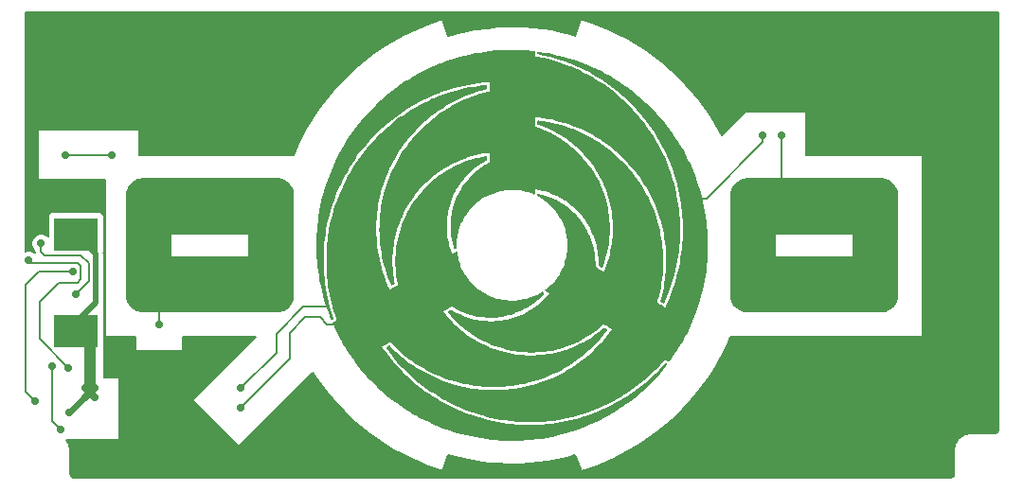
<source format=gtl>
G04 (created by PCBNEW (2013-07-07 BZR 4022)-stable) date 21/06/2014 13:26:57*
%MOIN*%
G04 Gerber Fmt 3.4, Leading zero omitted, Abs format*
%FSLAX34Y34*%
G01*
G70*
G90*
G04 APERTURE LIST*
%ADD10C,0.00590551*%
%ADD11C,0.0001*%
%ADD12C,0.00393701*%
%ADD13C,0.0393701*%
%ADD14R,0.15748X0.11811*%
%ADD15C,0.0275591*%
%ADD16C,0.00787402*%
%ADD17C,0.019685*%
%ADD18C,0.0393701*%
G04 APERTURE END LIST*
G54D10*
G54D11*
G36*
X60533Y-56487D02*
X60540Y-56449D01*
X60556Y-56388D01*
X60578Y-56329D01*
X60605Y-56273D01*
X60637Y-56221D01*
X60674Y-56173D01*
X60716Y-56129D01*
X60762Y-56089D01*
X60812Y-56053D01*
X60867Y-56023D01*
X60924Y-55998D01*
X60985Y-55978D01*
X61018Y-55970D01*
X61051Y-55962D01*
X62128Y-55962D01*
X62128Y-57950D01*
X62128Y-58326D01*
X62128Y-58702D01*
X63484Y-58702D01*
X64840Y-58702D01*
X64840Y-58326D01*
X64840Y-57950D01*
X63484Y-57950D01*
X62128Y-57950D01*
X62128Y-55962D01*
X63472Y-55962D01*
X63627Y-55962D01*
X63774Y-55962D01*
X63916Y-55962D01*
X64051Y-55962D01*
X64180Y-55962D01*
X64303Y-55962D01*
X64421Y-55962D01*
X64533Y-55962D01*
X64639Y-55962D01*
X64740Y-55962D01*
X64835Y-55962D01*
X64926Y-55962D01*
X65011Y-55962D01*
X65092Y-55962D01*
X65168Y-55962D01*
X65239Y-55962D01*
X65306Y-55962D01*
X65369Y-55962D01*
X65427Y-55962D01*
X65481Y-55962D01*
X65532Y-55962D01*
X65578Y-55962D01*
X65621Y-55962D01*
X65661Y-55963D01*
X65697Y-55963D01*
X65730Y-55963D01*
X65760Y-55963D01*
X65786Y-55963D01*
X65810Y-55963D01*
X65832Y-55964D01*
X65850Y-55964D01*
X65867Y-55964D01*
X65880Y-55964D01*
X65892Y-55964D01*
X65902Y-55965D01*
X65910Y-55965D01*
X65916Y-55965D01*
X65920Y-55965D01*
X65923Y-55966D01*
X65924Y-55966D01*
X65985Y-55979D01*
X66044Y-55997D01*
X66100Y-56022D01*
X66153Y-56051D01*
X66203Y-56086D01*
X66248Y-56125D01*
X66290Y-56169D01*
X66327Y-56217D01*
X66360Y-56268D01*
X66388Y-56323D01*
X66410Y-56381D01*
X66426Y-56442D01*
X66428Y-56449D01*
X66435Y-56487D01*
X66435Y-58326D01*
X66435Y-60165D01*
X66428Y-60203D01*
X66412Y-60264D01*
X66390Y-60322D01*
X66363Y-60378D01*
X66330Y-60431D01*
X66293Y-60480D01*
X66250Y-60525D01*
X66236Y-60539D01*
X66186Y-60578D01*
X66133Y-60612D01*
X66077Y-60641D01*
X66018Y-60664D01*
X65957Y-60680D01*
X65948Y-60682D01*
X65911Y-60690D01*
X63484Y-60690D01*
X61057Y-60690D01*
X61020Y-60682D01*
X60959Y-60667D01*
X60900Y-60645D01*
X60845Y-60618D01*
X60793Y-60586D01*
X60744Y-60549D01*
X60700Y-60507D01*
X60660Y-60461D01*
X60625Y-60412D01*
X60594Y-60358D01*
X60569Y-60302D01*
X60550Y-60242D01*
X60540Y-60203D01*
X60533Y-60165D01*
X60533Y-58326D01*
X60533Y-56487D01*
X60533Y-56487D01*
X60533Y-56487D01*
G37*
G36*
X87695Y-60165D02*
X87688Y-60203D01*
X87672Y-60264D01*
X87650Y-60323D01*
X87623Y-60379D01*
X87591Y-60431D01*
X87554Y-60479D01*
X87512Y-60523D01*
X87466Y-60563D01*
X87416Y-60599D01*
X87361Y-60629D01*
X87304Y-60654D01*
X87243Y-60674D01*
X87210Y-60682D01*
X87177Y-60690D01*
X86100Y-60690D01*
X86100Y-58702D01*
X86100Y-58326D01*
X86100Y-57950D01*
X84744Y-57950D01*
X83388Y-57950D01*
X83388Y-58326D01*
X83388Y-58702D01*
X84744Y-58702D01*
X86100Y-58702D01*
X86100Y-60690D01*
X84756Y-60690D01*
X84601Y-60690D01*
X84454Y-60690D01*
X84312Y-60690D01*
X84177Y-60690D01*
X84048Y-60690D01*
X83925Y-60690D01*
X83807Y-60690D01*
X83695Y-60690D01*
X83589Y-60690D01*
X83488Y-60690D01*
X83393Y-60690D01*
X83302Y-60690D01*
X83217Y-60690D01*
X83136Y-60690D01*
X83060Y-60690D01*
X82989Y-60690D01*
X82922Y-60690D01*
X82859Y-60690D01*
X82801Y-60690D01*
X82747Y-60690D01*
X82696Y-60690D01*
X82650Y-60690D01*
X82607Y-60690D01*
X82567Y-60689D01*
X82531Y-60689D01*
X82498Y-60689D01*
X82468Y-60689D01*
X82442Y-60689D01*
X82418Y-60689D01*
X82396Y-60688D01*
X82378Y-60688D01*
X82361Y-60688D01*
X82348Y-60688D01*
X82336Y-60688D01*
X82326Y-60687D01*
X82318Y-60687D01*
X82312Y-60687D01*
X82308Y-60687D01*
X82305Y-60686D01*
X82304Y-60686D01*
X82243Y-60673D01*
X82184Y-60655D01*
X82128Y-60630D01*
X82075Y-60601D01*
X82025Y-60566D01*
X81980Y-60527D01*
X81938Y-60483D01*
X81901Y-60435D01*
X81868Y-60384D01*
X81840Y-60329D01*
X81818Y-60271D01*
X81802Y-60210D01*
X81800Y-60203D01*
X81793Y-60165D01*
X81793Y-58326D01*
X81793Y-56487D01*
X81800Y-56449D01*
X81816Y-56388D01*
X81838Y-56330D01*
X81865Y-56274D01*
X81898Y-56221D01*
X81935Y-56172D01*
X81978Y-56127D01*
X81992Y-56113D01*
X82042Y-56074D01*
X82095Y-56040D01*
X82151Y-56011D01*
X82210Y-55988D01*
X82271Y-55972D01*
X82280Y-55970D01*
X82317Y-55962D01*
X84744Y-55962D01*
X87171Y-55962D01*
X87208Y-55970D01*
X87269Y-55985D01*
X87328Y-56007D01*
X87383Y-56034D01*
X87435Y-56066D01*
X87484Y-56103D01*
X87528Y-56145D01*
X87568Y-56191D01*
X87603Y-56240D01*
X87634Y-56294D01*
X87659Y-56350D01*
X87678Y-56410D01*
X87688Y-56449D01*
X87695Y-56487D01*
X87695Y-58326D01*
X87695Y-60165D01*
X87695Y-60165D01*
X87695Y-60165D01*
G37*
G36*
X79572Y-62522D02*
X79534Y-62571D01*
X79423Y-62710D01*
X79308Y-62845D01*
X79190Y-62978D01*
X79069Y-63107D01*
X78944Y-63233D01*
X78817Y-63356D01*
X78686Y-63476D01*
X78552Y-63592D01*
X78415Y-63704D01*
X78275Y-63813D01*
X78132Y-63919D01*
X77987Y-64021D01*
X77927Y-64061D01*
X77778Y-64157D01*
X77627Y-64250D01*
X77473Y-64339D01*
X77317Y-64423D01*
X77160Y-64504D01*
X77001Y-64580D01*
X76839Y-64652D01*
X76677Y-64720D01*
X76512Y-64784D01*
X76346Y-64843D01*
X76178Y-64898D01*
X76009Y-64949D01*
X75839Y-64995D01*
X75667Y-65038D01*
X75494Y-65075D01*
X75319Y-65109D01*
X75144Y-65138D01*
X74968Y-65162D01*
X74790Y-65182D01*
X74677Y-65193D01*
X74560Y-65201D01*
X74441Y-65208D01*
X74322Y-65212D01*
X74202Y-65215D01*
X74084Y-65216D01*
X73968Y-65215D01*
X73916Y-65213D01*
X73739Y-65206D01*
X73562Y-65194D01*
X73386Y-65178D01*
X73210Y-65157D01*
X73035Y-65131D01*
X72861Y-65101D01*
X72688Y-65067D01*
X72516Y-65029D01*
X72345Y-64985D01*
X72175Y-64938D01*
X72006Y-64886D01*
X71839Y-64830D01*
X71673Y-64770D01*
X71509Y-64705D01*
X71346Y-64636D01*
X71185Y-64563D01*
X71026Y-64486D01*
X70869Y-64404D01*
X70786Y-64360D01*
X70632Y-64272D01*
X70480Y-64181D01*
X70331Y-64085D01*
X70185Y-63987D01*
X70042Y-63884D01*
X69901Y-63778D01*
X69763Y-63669D01*
X69628Y-63556D01*
X69496Y-63440D01*
X69367Y-63320D01*
X69241Y-63198D01*
X69119Y-63072D01*
X68999Y-62943D01*
X68883Y-62811D01*
X68771Y-62676D01*
X68662Y-62538D01*
X68556Y-62398D01*
X68454Y-62254D01*
X68355Y-62108D01*
X68260Y-61960D01*
X68169Y-61808D01*
X68082Y-61654D01*
X68061Y-61616D01*
X68022Y-61544D01*
X67986Y-61475D01*
X67952Y-61407D01*
X67918Y-61339D01*
X67885Y-61269D01*
X67852Y-61198D01*
X67821Y-61130D01*
X67792Y-61063D01*
X67795Y-61054D01*
X67796Y-61051D01*
X67797Y-61049D01*
X67799Y-61046D01*
X67802Y-61044D01*
X67807Y-61040D01*
X67813Y-61036D01*
X67822Y-61031D01*
X67833Y-61024D01*
X67848Y-61016D01*
X67866Y-61005D01*
X67869Y-61003D01*
X67940Y-60962D01*
X67928Y-60926D01*
X67880Y-60787D01*
X67836Y-60644D01*
X67794Y-60499D01*
X67756Y-60352D01*
X67721Y-60204D01*
X67690Y-60056D01*
X67663Y-59907D01*
X67639Y-59759D01*
X67638Y-59750D01*
X67628Y-59683D01*
X67620Y-59618D01*
X67612Y-59554D01*
X67605Y-59490D01*
X67599Y-59425D01*
X67594Y-59359D01*
X67589Y-59291D01*
X67584Y-59220D01*
X67580Y-59146D01*
X67577Y-59093D01*
X67577Y-59077D01*
X67576Y-59056D01*
X67576Y-59032D01*
X67575Y-59005D01*
X67575Y-58975D01*
X67575Y-58944D01*
X67575Y-58911D01*
X67575Y-58877D01*
X67575Y-58843D01*
X67575Y-58810D01*
X67575Y-58777D01*
X67575Y-58745D01*
X67575Y-58715D01*
X67576Y-58688D01*
X67576Y-58664D01*
X67577Y-58643D01*
X67577Y-58628D01*
X67583Y-58514D01*
X67590Y-58404D01*
X67599Y-58297D01*
X67609Y-58192D01*
X67621Y-58088D01*
X67635Y-57984D01*
X67651Y-57880D01*
X67669Y-57775D01*
X67700Y-57610D01*
X67736Y-57446D01*
X67777Y-57283D01*
X67821Y-57122D01*
X67870Y-56962D01*
X67923Y-56804D01*
X67981Y-56647D01*
X68042Y-56492D01*
X68108Y-56339D01*
X68178Y-56188D01*
X68251Y-56038D01*
X68329Y-55891D01*
X68411Y-55746D01*
X68496Y-55602D01*
X68586Y-55462D01*
X68679Y-55323D01*
X68776Y-55187D01*
X68876Y-55054D01*
X68981Y-54923D01*
X69089Y-54795D01*
X69200Y-54670D01*
X69315Y-54547D01*
X69369Y-54492D01*
X69490Y-54373D01*
X69614Y-54258D01*
X69741Y-54146D01*
X69870Y-54038D01*
X70002Y-53934D01*
X70137Y-53833D01*
X70274Y-53736D01*
X70414Y-53643D01*
X70557Y-53554D01*
X70702Y-53469D01*
X70849Y-53387D01*
X70999Y-53309D01*
X71151Y-53236D01*
X71306Y-53166D01*
X71341Y-53151D01*
X71492Y-53088D01*
X71644Y-53030D01*
X71799Y-52976D01*
X71955Y-52926D01*
X72113Y-52879D01*
X72271Y-52837D01*
X72430Y-52799D01*
X72590Y-52766D01*
X72751Y-52736D01*
X72911Y-52712D01*
X73071Y-52691D01*
X73132Y-52685D01*
X73148Y-52683D01*
X73163Y-52681D01*
X73177Y-52680D01*
X73187Y-52679D01*
X73195Y-52678D01*
X73198Y-52678D01*
X73204Y-52677D01*
X73209Y-52680D01*
X73214Y-52683D01*
X73223Y-52691D01*
X73223Y-52752D01*
X73223Y-52813D01*
X73217Y-52820D01*
X73214Y-52822D01*
X73212Y-52824D01*
X73208Y-52826D01*
X73202Y-52828D01*
X73194Y-52831D01*
X73184Y-52833D01*
X73170Y-52837D01*
X73152Y-52842D01*
X73148Y-52843D01*
X73003Y-52882D01*
X72858Y-52926D01*
X72716Y-52974D01*
X72575Y-53026D01*
X72436Y-53082D01*
X72298Y-53143D01*
X72163Y-53207D01*
X72029Y-53275D01*
X71898Y-53348D01*
X71769Y-53424D01*
X71642Y-53504D01*
X71517Y-53587D01*
X71395Y-53674D01*
X71275Y-53765D01*
X71159Y-53860D01*
X71045Y-53957D01*
X70933Y-54059D01*
X70825Y-54163D01*
X70720Y-54271D01*
X70618Y-54382D01*
X70519Y-54497D01*
X70423Y-54614D01*
X70391Y-54655D01*
X70303Y-54773D01*
X70217Y-54894D01*
X70136Y-55017D01*
X70057Y-55143D01*
X69983Y-55271D01*
X69913Y-55400D01*
X69847Y-55530D01*
X69805Y-55618D01*
X69742Y-55759D01*
X69684Y-55900D01*
X69631Y-56042D01*
X69582Y-56185D01*
X69537Y-56329D01*
X69497Y-56474D01*
X69461Y-56621D01*
X69429Y-56768D01*
X69402Y-56917D01*
X69379Y-57067D01*
X69361Y-57219D01*
X69347Y-57372D01*
X69338Y-57504D01*
X69337Y-57526D01*
X69336Y-57553D01*
X69335Y-57583D01*
X69335Y-57615D01*
X69334Y-57649D01*
X69333Y-57685D01*
X69333Y-57721D01*
X69333Y-57757D01*
X69333Y-57792D01*
X69333Y-57825D01*
X69333Y-57857D01*
X69334Y-57885D01*
X69334Y-57910D01*
X69335Y-57921D01*
X69342Y-58076D01*
X69354Y-58229D01*
X69371Y-58382D01*
X69392Y-58533D01*
X69417Y-58682D01*
X69447Y-58831D01*
X69481Y-58979D01*
X69520Y-59125D01*
X69563Y-59270D01*
X69610Y-59414D01*
X69662Y-59557D01*
X69672Y-59582D01*
X69680Y-59604D01*
X69690Y-59627D01*
X69699Y-59651D01*
X69709Y-59676D01*
X69720Y-59701D01*
X69730Y-59725D01*
X69740Y-59750D01*
X69750Y-59773D01*
X69760Y-59795D01*
X69769Y-59816D01*
X69777Y-59834D01*
X69784Y-59851D01*
X69791Y-59864D01*
X69796Y-59875D01*
X69800Y-59882D01*
X69802Y-59886D01*
X69803Y-59886D01*
X69805Y-59885D01*
X69811Y-59882D01*
X69820Y-59876D01*
X69832Y-59870D01*
X69847Y-59862D01*
X69863Y-59852D01*
X69881Y-59842D01*
X69900Y-59831D01*
X69920Y-59819D01*
X69941Y-59807D01*
X69962Y-59796D01*
X69982Y-59784D01*
X70001Y-59773D01*
X70020Y-59762D01*
X70037Y-59752D01*
X70052Y-59743D01*
X70065Y-59736D01*
X70075Y-59730D01*
X70082Y-59726D01*
X70085Y-59723D01*
X70086Y-59723D01*
X70087Y-59722D01*
X70087Y-59719D01*
X70087Y-59715D01*
X70086Y-59708D01*
X70084Y-59698D01*
X70082Y-59685D01*
X70079Y-59675D01*
X70055Y-59548D01*
X70035Y-59420D01*
X70019Y-59291D01*
X70008Y-59161D01*
X70002Y-59031D01*
X69999Y-58901D01*
X70002Y-58771D01*
X70009Y-58641D01*
X70009Y-58637D01*
X70020Y-58507D01*
X70036Y-58377D01*
X70057Y-58249D01*
X70082Y-58121D01*
X70111Y-57995D01*
X70144Y-57870D01*
X70182Y-57746D01*
X70224Y-57624D01*
X70270Y-57503D01*
X70320Y-57385D01*
X70374Y-57268D01*
X70432Y-57153D01*
X70495Y-57039D01*
X70560Y-56929D01*
X70630Y-56820D01*
X70704Y-56714D01*
X70781Y-56610D01*
X70862Y-56508D01*
X70947Y-56410D01*
X71035Y-56314D01*
X71115Y-56233D01*
X71130Y-56218D01*
X71145Y-56203D01*
X71161Y-56188D01*
X71175Y-56174D01*
X71188Y-56162D01*
X71199Y-56152D01*
X71202Y-56149D01*
X71301Y-56060D01*
X71402Y-55976D01*
X71506Y-55895D01*
X71612Y-55818D01*
X71721Y-55746D01*
X71832Y-55676D01*
X71946Y-55611D01*
X72062Y-55550D01*
X72180Y-55493D01*
X72301Y-55440D01*
X72423Y-55391D01*
X72506Y-55360D01*
X72611Y-55325D01*
X72718Y-55292D01*
X72827Y-55263D01*
X72936Y-55236D01*
X73046Y-55214D01*
X73154Y-55194D01*
X73160Y-55193D01*
X73207Y-55186D01*
X73215Y-55194D01*
X73223Y-55201D01*
X73223Y-55265D01*
X73223Y-55284D01*
X73223Y-55300D01*
X73223Y-55312D01*
X73222Y-55321D01*
X73220Y-55328D01*
X73218Y-55334D01*
X73214Y-55338D01*
X73210Y-55342D01*
X73204Y-55345D01*
X73196Y-55349D01*
X73194Y-55350D01*
X73097Y-55405D01*
X73003Y-55464D01*
X72912Y-55525D01*
X72825Y-55590D01*
X72740Y-55658D01*
X72659Y-55730D01*
X72581Y-55805D01*
X72505Y-55884D01*
X72433Y-55966D01*
X72421Y-55980D01*
X72354Y-56065D01*
X72290Y-56152D01*
X72230Y-56242D01*
X72173Y-56334D01*
X72121Y-56429D01*
X72072Y-56526D01*
X72027Y-56625D01*
X71986Y-56726D01*
X71984Y-56732D01*
X71948Y-56834D01*
X71916Y-56938D01*
X71889Y-57042D01*
X71866Y-57147D01*
X71847Y-57253D01*
X71833Y-57360D01*
X71823Y-57467D01*
X71818Y-57574D01*
X71817Y-57681D01*
X71820Y-57788D01*
X71828Y-57895D01*
X71840Y-58002D01*
X71856Y-58108D01*
X71877Y-58213D01*
X71903Y-58318D01*
X71933Y-58422D01*
X71950Y-58474D01*
X71955Y-58491D01*
X71962Y-58510D01*
X71968Y-58529D01*
X71975Y-58548D01*
X71982Y-58565D01*
X71988Y-58581D01*
X71993Y-58595D01*
X71997Y-58605D01*
X71998Y-58608D01*
X72002Y-58617D01*
X72077Y-58574D01*
X72151Y-58531D01*
X72162Y-58536D01*
X72166Y-58538D01*
X72169Y-58540D01*
X72172Y-58543D01*
X72174Y-58547D01*
X72175Y-58553D01*
X72176Y-58561D01*
X72178Y-58573D01*
X72179Y-58583D01*
X72191Y-58662D01*
X72207Y-58742D01*
X72226Y-58823D01*
X72249Y-58903D01*
X72275Y-58981D01*
X72302Y-59054D01*
X72340Y-59142D01*
X72382Y-59227D01*
X72427Y-59309D01*
X72476Y-59389D01*
X72529Y-59467D01*
X72586Y-59541D01*
X72646Y-59613D01*
X72709Y-59682D01*
X72776Y-59748D01*
X72846Y-59810D01*
X72920Y-59870D01*
X72996Y-59926D01*
X73076Y-59979D01*
X73089Y-59987D01*
X73166Y-60032D01*
X73247Y-60074D01*
X73329Y-60113D01*
X73414Y-60147D01*
X73501Y-60178D01*
X73589Y-60204D01*
X73678Y-60227D01*
X73768Y-60245D01*
X73858Y-60259D01*
X73912Y-60265D01*
X73947Y-60268D01*
X73985Y-60271D01*
X74025Y-60273D01*
X74065Y-60274D01*
X74105Y-60275D01*
X74144Y-60275D01*
X74181Y-60274D01*
X74215Y-60273D01*
X74235Y-60272D01*
X74328Y-60263D01*
X74418Y-60250D01*
X74506Y-60234D01*
X74593Y-60214D01*
X74678Y-60190D01*
X74763Y-60162D01*
X74847Y-60130D01*
X74874Y-60118D01*
X74906Y-60104D01*
X74941Y-60088D01*
X74976Y-60071D01*
X75012Y-60052D01*
X75048Y-60033D01*
X75081Y-60014D01*
X75113Y-59996D01*
X75135Y-59982D01*
X75148Y-59974D01*
X75158Y-59969D01*
X75166Y-59966D01*
X75173Y-59966D01*
X75181Y-59968D01*
X75191Y-59973D01*
X75203Y-59980D01*
X75205Y-59981D01*
X75215Y-59987D01*
X75224Y-59992D01*
X75230Y-59996D01*
X75234Y-59999D01*
X75234Y-59999D01*
X75236Y-60003D01*
X75238Y-60009D01*
X75238Y-60012D01*
X75240Y-60023D01*
X75224Y-60041D01*
X75157Y-60113D01*
X75086Y-60183D01*
X75011Y-60251D01*
X74934Y-60316D01*
X74853Y-60378D01*
X74771Y-60437D01*
X74747Y-60453D01*
X74656Y-60511D01*
X74563Y-60565D01*
X74468Y-60615D01*
X74371Y-60660D01*
X74272Y-60701D01*
X74172Y-60738D01*
X74070Y-60771D01*
X73966Y-60800D01*
X73862Y-60824D01*
X73758Y-60843D01*
X73651Y-60858D01*
X73544Y-60869D01*
X73436Y-60875D01*
X73329Y-60877D01*
X73222Y-60874D01*
X73115Y-60866D01*
X73008Y-60854D01*
X72902Y-60838D01*
X72797Y-60817D01*
X72692Y-60791D01*
X72636Y-60775D01*
X72552Y-60749D01*
X72468Y-60719D01*
X72384Y-60687D01*
X72301Y-60651D01*
X72220Y-60612D01*
X72141Y-60572D01*
X72066Y-60529D01*
X72017Y-60499D01*
X72006Y-60492D01*
X71997Y-60487D01*
X71990Y-60482D01*
X71985Y-60480D01*
X71984Y-60480D01*
X71981Y-60481D01*
X71976Y-60484D01*
X71967Y-60489D01*
X71955Y-60496D01*
X71940Y-60504D01*
X71924Y-60513D01*
X71906Y-60523D01*
X71887Y-60534D01*
X71866Y-60546D01*
X71846Y-60557D01*
X71825Y-60569D01*
X71804Y-60581D01*
X71784Y-60593D01*
X71765Y-60604D01*
X71747Y-60614D01*
X71732Y-60623D01*
X71718Y-60631D01*
X71707Y-60637D01*
X71699Y-60642D01*
X71696Y-60644D01*
X71689Y-60648D01*
X71713Y-60681D01*
X71789Y-60777D01*
X71868Y-60872D01*
X71951Y-60966D01*
X72038Y-61056D01*
X72127Y-61145D01*
X72220Y-61230D01*
X72254Y-61260D01*
X72355Y-61345D01*
X72458Y-61427D01*
X72564Y-61504D01*
X72673Y-61578D01*
X72783Y-61648D01*
X72896Y-61713D01*
X73010Y-61775D01*
X73127Y-61833D01*
X73245Y-61887D01*
X73365Y-61937D01*
X73486Y-61983D01*
X73609Y-62024D01*
X73733Y-62062D01*
X73859Y-62095D01*
X73985Y-62124D01*
X74113Y-62149D01*
X74241Y-62169D01*
X74370Y-62185D01*
X74500Y-62197D01*
X74631Y-62204D01*
X74762Y-62207D01*
X74893Y-62206D01*
X75024Y-62200D01*
X75156Y-62189D01*
X75234Y-62181D01*
X75362Y-62163D01*
X75489Y-62142D01*
X75616Y-62116D01*
X75742Y-62086D01*
X75868Y-62051D01*
X75993Y-62011D01*
X76021Y-62002D01*
X76145Y-61958D01*
X76267Y-61909D01*
X76387Y-61856D01*
X76506Y-61800D01*
X76622Y-61739D01*
X76736Y-61674D01*
X76849Y-61605D01*
X76958Y-61532D01*
X77066Y-61456D01*
X77170Y-61376D01*
X77272Y-61293D01*
X77309Y-61261D01*
X77321Y-61250D01*
X77331Y-61242D01*
X77338Y-61236D01*
X77343Y-61233D01*
X77347Y-61230D01*
X77350Y-61229D01*
X77354Y-61229D01*
X77355Y-61229D01*
X77359Y-61229D01*
X77363Y-61230D01*
X77369Y-61233D01*
X77377Y-61236D01*
X77387Y-61242D01*
X77400Y-61249D01*
X77415Y-61257D01*
X77428Y-61265D01*
X77441Y-61272D01*
X77451Y-61279D01*
X77459Y-61284D01*
X77464Y-61287D01*
X77466Y-61289D01*
X77467Y-61293D01*
X77468Y-61297D01*
X77468Y-61301D01*
X77468Y-61305D01*
X77466Y-61310D01*
X77463Y-61316D01*
X77458Y-61323D01*
X77451Y-61332D01*
X77442Y-61344D01*
X77431Y-61359D01*
X77424Y-61368D01*
X77330Y-61486D01*
X77233Y-61602D01*
X77133Y-61715D01*
X77029Y-61824D01*
X76922Y-61931D01*
X76812Y-62034D01*
X76698Y-62134D01*
X76582Y-62230D01*
X76566Y-62242D01*
X76447Y-62334D01*
X76326Y-62422D01*
X76202Y-62506D01*
X76075Y-62586D01*
X75947Y-62663D01*
X75816Y-62735D01*
X75683Y-62804D01*
X75549Y-62868D01*
X75412Y-62928D01*
X75274Y-62984D01*
X75134Y-63037D01*
X74993Y-63084D01*
X74850Y-63128D01*
X74706Y-63167D01*
X74560Y-63202D01*
X74414Y-63233D01*
X74266Y-63259D01*
X74118Y-63281D01*
X73968Y-63299D01*
X73818Y-63312D01*
X73814Y-63312D01*
X73769Y-63315D01*
X73726Y-63317D01*
X73684Y-63319D01*
X73642Y-63321D01*
X73599Y-63322D01*
X73556Y-63323D01*
X73509Y-63323D01*
X73460Y-63323D01*
X73430Y-63323D01*
X73394Y-63322D01*
X73361Y-63322D01*
X73332Y-63322D01*
X73306Y-63321D01*
X73282Y-63320D01*
X73258Y-63320D01*
X73235Y-63319D01*
X73212Y-63318D01*
X73189Y-63316D01*
X73163Y-63315D01*
X73136Y-63313D01*
X73121Y-63312D01*
X72970Y-63299D01*
X72821Y-63282D01*
X72672Y-63260D01*
X72524Y-63234D01*
X72378Y-63203D01*
X72232Y-63168D01*
X72088Y-63129D01*
X71945Y-63085D01*
X71804Y-63038D01*
X71664Y-62986D01*
X71526Y-62930D01*
X71389Y-62869D01*
X71254Y-62805D01*
X71122Y-62737D01*
X70991Y-62664D01*
X70862Y-62588D01*
X70736Y-62508D01*
X70611Y-62423D01*
X70490Y-62335D01*
X70370Y-62244D01*
X70261Y-62155D01*
X70235Y-62132D01*
X70206Y-62108D01*
X70177Y-62082D01*
X70148Y-62057D01*
X70120Y-62032D01*
X70094Y-62008D01*
X70075Y-61990D01*
X70064Y-61980D01*
X70050Y-61966D01*
X70034Y-61951D01*
X70017Y-61934D01*
X69999Y-61916D01*
X69980Y-61898D01*
X69961Y-61879D01*
X69943Y-61861D01*
X69925Y-61844D01*
X69910Y-61828D01*
X69896Y-61814D01*
X69885Y-61803D01*
X69881Y-61799D01*
X69871Y-61788D01*
X69858Y-61775D01*
X69847Y-61763D01*
X69836Y-61753D01*
X69836Y-61752D01*
X69815Y-61730D01*
X69675Y-61810D01*
X69652Y-61824D01*
X69630Y-61837D01*
X69609Y-61849D01*
X69590Y-61860D01*
X69573Y-61869D01*
X69559Y-61878D01*
X69548Y-61885D01*
X69539Y-61890D01*
X69534Y-61893D01*
X69533Y-61894D01*
X69533Y-61895D01*
X69534Y-61899D01*
X69537Y-61904D01*
X69541Y-61912D01*
X69548Y-61922D01*
X69556Y-61935D01*
X69567Y-61951D01*
X69580Y-61969D01*
X69596Y-61991D01*
X69612Y-62014D01*
X69712Y-62150D01*
X69815Y-62282D01*
X69922Y-62412D01*
X70032Y-62539D01*
X70146Y-62664D01*
X70263Y-62785D01*
X70383Y-62903D01*
X70507Y-63018D01*
X70633Y-63129D01*
X70762Y-63237D01*
X70894Y-63342D01*
X71028Y-63442D01*
X71071Y-63473D01*
X71134Y-63517D01*
X71195Y-63560D01*
X71257Y-63601D01*
X71319Y-63642D01*
X71382Y-63682D01*
X71446Y-63722D01*
X71514Y-63762D01*
X71585Y-63804D01*
X71604Y-63815D01*
X71660Y-63847D01*
X71720Y-63880D01*
X71783Y-63914D01*
X71848Y-63948D01*
X71914Y-63981D01*
X71981Y-64015D01*
X72049Y-64047D01*
X72115Y-64078D01*
X72181Y-64108D01*
X72186Y-64110D01*
X72342Y-64177D01*
X72500Y-64239D01*
X72658Y-64297D01*
X72818Y-64351D01*
X72980Y-64400D01*
X73142Y-64445D01*
X73305Y-64485D01*
X73470Y-64521D01*
X73635Y-64553D01*
X73801Y-64580D01*
X73968Y-64603D01*
X74135Y-64621D01*
X74302Y-64635D01*
X74470Y-64644D01*
X74639Y-64649D01*
X74807Y-64649D01*
X74976Y-64645D01*
X75145Y-64637D01*
X75313Y-64623D01*
X75482Y-64606D01*
X75646Y-64584D01*
X75814Y-64557D01*
X75981Y-64526D01*
X76146Y-64490D01*
X76311Y-64450D01*
X76474Y-64406D01*
X76636Y-64357D01*
X76796Y-64304D01*
X76955Y-64247D01*
X77112Y-64185D01*
X77267Y-64119D01*
X77421Y-64049D01*
X77573Y-63975D01*
X77723Y-63897D01*
X77871Y-63814D01*
X78018Y-63728D01*
X78162Y-63637D01*
X78304Y-63542D01*
X78402Y-63473D01*
X78534Y-63377D01*
X78664Y-63276D01*
X78791Y-63171D01*
X78917Y-63063D01*
X79039Y-62951D01*
X79159Y-62836D01*
X79275Y-62719D01*
X79388Y-62598D01*
X79455Y-62523D01*
X79469Y-62507D01*
X79481Y-62495D01*
X79490Y-62485D01*
X79497Y-62478D01*
X79504Y-62474D01*
X79510Y-62472D01*
X79516Y-62472D01*
X79522Y-62474D01*
X79529Y-62477D01*
X79538Y-62482D01*
X79543Y-62485D01*
X79568Y-62500D01*
X79570Y-62511D01*
X79572Y-62522D01*
X79572Y-62522D01*
X79572Y-62522D01*
G37*
G36*
X81004Y-58362D02*
X81000Y-58538D01*
X80993Y-58714D01*
X80981Y-58889D01*
X80964Y-59065D01*
X80943Y-59239D01*
X80917Y-59413D01*
X80887Y-59587D01*
X80853Y-59759D01*
X80814Y-59931D01*
X80771Y-60102D01*
X80723Y-60272D01*
X80671Y-60441D01*
X80621Y-60588D01*
X80560Y-60756D01*
X80496Y-60921D01*
X80427Y-61084D01*
X80354Y-61245D01*
X80277Y-61404D01*
X80196Y-61561D01*
X80111Y-61716D01*
X80022Y-61868D01*
X79928Y-62019D01*
X79831Y-62168D01*
X79729Y-62315D01*
X79685Y-62377D01*
X79673Y-62393D01*
X79663Y-62406D01*
X79656Y-62416D01*
X79649Y-62423D01*
X79644Y-62428D01*
X79640Y-62432D01*
X79636Y-62434D01*
X79632Y-62434D01*
X79629Y-62435D01*
X79625Y-62433D01*
X79618Y-62430D01*
X79608Y-62425D01*
X79594Y-62418D01*
X79579Y-62409D01*
X79561Y-62399D01*
X79553Y-62394D01*
X79483Y-62354D01*
X79478Y-62359D01*
X79474Y-62364D01*
X79467Y-62372D01*
X79458Y-62383D01*
X79447Y-62396D01*
X79435Y-62409D01*
X79422Y-62424D01*
X79409Y-62439D01*
X79396Y-62454D01*
X79383Y-62468D01*
X79372Y-62481D01*
X79362Y-62493D01*
X79356Y-62499D01*
X79310Y-62550D01*
X79261Y-62602D01*
X79209Y-62656D01*
X79156Y-62710D01*
X79102Y-62764D01*
X79048Y-62817D01*
X78995Y-62868D01*
X78942Y-62917D01*
X78891Y-62964D01*
X78877Y-62976D01*
X78749Y-63087D01*
X78618Y-63195D01*
X78485Y-63299D01*
X78349Y-63399D01*
X78211Y-63494D01*
X78070Y-63587D01*
X77927Y-63675D01*
X77782Y-63759D01*
X77634Y-63839D01*
X77484Y-63916D01*
X77333Y-63988D01*
X77179Y-64056D01*
X77023Y-64120D01*
X76865Y-64180D01*
X76705Y-64236D01*
X76544Y-64287D01*
X76528Y-64292D01*
X76366Y-64338D01*
X76204Y-64380D01*
X76040Y-64418D01*
X75876Y-64450D01*
X75711Y-64479D01*
X75544Y-64503D01*
X75377Y-64522D01*
X75208Y-64537D01*
X75038Y-64548D01*
X74933Y-64552D01*
X74919Y-64552D01*
X74902Y-64553D01*
X74882Y-64553D01*
X74859Y-64553D01*
X74833Y-64553D01*
X74806Y-64554D01*
X74778Y-64554D01*
X74750Y-64554D01*
X74721Y-64554D01*
X74693Y-64554D01*
X74667Y-64554D01*
X74642Y-64554D01*
X74619Y-64554D01*
X74599Y-64553D01*
X74583Y-64553D01*
X74571Y-64553D01*
X74570Y-64553D01*
X74462Y-64549D01*
X74358Y-64543D01*
X74257Y-64536D01*
X74160Y-64528D01*
X74068Y-64519D01*
X73899Y-64498D01*
X73732Y-64473D01*
X73565Y-64443D01*
X73400Y-64409D01*
X73236Y-64370D01*
X73074Y-64327D01*
X72912Y-64280D01*
X72752Y-64228D01*
X72593Y-64172D01*
X72435Y-64111D01*
X72278Y-64046D01*
X72123Y-63976D01*
X72118Y-63974D01*
X72096Y-63964D01*
X72071Y-63952D01*
X72044Y-63939D01*
X72014Y-63924D01*
X71983Y-63909D01*
X71952Y-63893D01*
X71922Y-63878D01*
X71892Y-63863D01*
X71864Y-63849D01*
X71839Y-63836D01*
X71817Y-63824D01*
X71814Y-63822D01*
X71665Y-63740D01*
X71519Y-63654D01*
X71376Y-63564D01*
X71235Y-63471D01*
X71097Y-63374D01*
X70963Y-63274D01*
X70831Y-63170D01*
X70701Y-63062D01*
X70575Y-62951D01*
X70451Y-62836D01*
X70377Y-62763D01*
X70270Y-62655D01*
X70167Y-62546D01*
X70067Y-62435D01*
X69971Y-62322D01*
X69876Y-62206D01*
X69784Y-62086D01*
X69716Y-61995D01*
X69674Y-61937D01*
X69676Y-61927D01*
X69677Y-61920D01*
X69679Y-61915D01*
X69680Y-61914D01*
X69683Y-61912D01*
X69689Y-61908D01*
X69698Y-61903D01*
X69709Y-61896D01*
X69722Y-61889D01*
X69732Y-61883D01*
X69748Y-61874D01*
X69760Y-61867D01*
X69769Y-61862D01*
X69776Y-61858D01*
X69781Y-61856D01*
X69785Y-61855D01*
X69788Y-61855D01*
X69791Y-61855D01*
X69793Y-61856D01*
X69795Y-61857D01*
X69799Y-61859D01*
X69803Y-61863D01*
X69809Y-61868D01*
X69816Y-61875D01*
X69825Y-61883D01*
X69836Y-61894D01*
X69850Y-61908D01*
X69866Y-61924D01*
X69885Y-61943D01*
X69889Y-61946D01*
X69963Y-62019D01*
X70036Y-62088D01*
X70109Y-62154D01*
X70183Y-62218D01*
X70259Y-62282D01*
X70265Y-62287D01*
X70384Y-62381D01*
X70506Y-62472D01*
X70630Y-62558D01*
X70756Y-62641D01*
X70884Y-62720D01*
X71014Y-62795D01*
X71146Y-62865D01*
X71280Y-62932D01*
X71416Y-62995D01*
X71553Y-63053D01*
X71692Y-63108D01*
X71833Y-63158D01*
X71975Y-63204D01*
X72118Y-63246D01*
X72262Y-63284D01*
X72407Y-63318D01*
X72554Y-63347D01*
X72701Y-63372D01*
X72849Y-63392D01*
X72997Y-63409D01*
X73147Y-63421D01*
X73296Y-63428D01*
X73446Y-63431D01*
X73597Y-63430D01*
X73748Y-63424D01*
X73898Y-63413D01*
X74049Y-63399D01*
X74200Y-63379D01*
X74212Y-63377D01*
X74362Y-63353D01*
X74511Y-63324D01*
X74659Y-63291D01*
X74805Y-63254D01*
X74950Y-63212D01*
X75093Y-63166D01*
X75235Y-63116D01*
X75374Y-63062D01*
X75513Y-63004D01*
X75649Y-62941D01*
X75783Y-62875D01*
X75916Y-62805D01*
X76046Y-62731D01*
X76174Y-62653D01*
X76299Y-62572D01*
X76422Y-62487D01*
X76543Y-62398D01*
X76661Y-62305D01*
X76776Y-62209D01*
X76889Y-62110D01*
X76999Y-62007D01*
X77106Y-61901D01*
X77210Y-61791D01*
X77310Y-61678D01*
X77408Y-61562D01*
X77418Y-61549D01*
X77434Y-61529D01*
X77451Y-61508D01*
X77468Y-61486D01*
X77486Y-61463D01*
X77503Y-61441D01*
X77520Y-61419D01*
X77536Y-61397D01*
X77551Y-61377D01*
X77566Y-61357D01*
X77579Y-61339D01*
X77591Y-61323D01*
X77601Y-61309D01*
X77609Y-61297D01*
X77615Y-61288D01*
X77618Y-61282D01*
X77619Y-61279D01*
X77619Y-61279D01*
X77617Y-61278D01*
X77611Y-61274D01*
X77602Y-61269D01*
X77590Y-61262D01*
X77575Y-61253D01*
X77557Y-61243D01*
X77538Y-61232D01*
X77517Y-61220D01*
X77494Y-61207D01*
X77475Y-61196D01*
X77333Y-61114D01*
X77326Y-61120D01*
X77236Y-61201D01*
X77142Y-61278D01*
X77044Y-61354D01*
X76944Y-61426D01*
X76841Y-61495D01*
X76735Y-61562D01*
X76628Y-61624D01*
X76519Y-61684D01*
X76408Y-61739D01*
X76296Y-61790D01*
X76259Y-61806D01*
X76136Y-61855D01*
X76013Y-61900D01*
X75888Y-61941D01*
X75762Y-61977D01*
X75635Y-62008D01*
X75508Y-62035D01*
X75379Y-62058D01*
X75249Y-62076D01*
X75119Y-62090D01*
X74988Y-62099D01*
X74857Y-62104D01*
X74725Y-62104D01*
X74592Y-62099D01*
X74555Y-62097D01*
X74437Y-62088D01*
X74319Y-62075D01*
X74200Y-62057D01*
X74081Y-62037D01*
X73963Y-62012D01*
X73847Y-61984D01*
X73775Y-61965D01*
X73649Y-61927D01*
X73524Y-61884D01*
X73401Y-61838D01*
X73280Y-61787D01*
X73161Y-61733D01*
X73044Y-61674D01*
X72930Y-61611D01*
X72817Y-61545D01*
X72707Y-61474D01*
X72599Y-61399D01*
X72494Y-61321D01*
X72391Y-61238D01*
X72345Y-61200D01*
X72310Y-61169D01*
X72276Y-61139D01*
X72242Y-61109D01*
X72209Y-61077D01*
X72174Y-61043D01*
X72137Y-61007D01*
X72132Y-61002D01*
X72092Y-60961D01*
X72055Y-60922D01*
X72019Y-60885D01*
X71985Y-60847D01*
X71951Y-60809D01*
X71917Y-60768D01*
X71881Y-60726D01*
X71881Y-60725D01*
X71847Y-60684D01*
X71848Y-60673D01*
X71850Y-60667D01*
X71851Y-60662D01*
X71851Y-60661D01*
X71853Y-60660D01*
X71859Y-60656D01*
X71867Y-60651D01*
X71878Y-60645D01*
X71891Y-60637D01*
X71905Y-60629D01*
X71905Y-60629D01*
X71925Y-60617D01*
X71941Y-60609D01*
X71953Y-60602D01*
X71961Y-60599D01*
X71966Y-60597D01*
X71966Y-60597D01*
X71971Y-60599D01*
X71980Y-60603D01*
X71991Y-60609D01*
X71999Y-60614D01*
X72092Y-60669D01*
X72187Y-60720D01*
X72284Y-60766D01*
X72382Y-60809D01*
X72482Y-60848D01*
X72584Y-60882D01*
X72687Y-60912D01*
X72791Y-60938D01*
X72896Y-60960D01*
X73002Y-60977D01*
X73108Y-60990D01*
X73215Y-60998D01*
X73322Y-61003D01*
X73430Y-61003D01*
X73538Y-60998D01*
X73645Y-60989D01*
X73752Y-60975D01*
X73803Y-60967D01*
X73911Y-60947D01*
X74018Y-60922D01*
X74123Y-60893D01*
X74226Y-60859D01*
X74328Y-60822D01*
X74428Y-60780D01*
X74525Y-60735D01*
X74621Y-60685D01*
X74715Y-60632D01*
X74806Y-60575D01*
X74894Y-60514D01*
X74981Y-60449D01*
X75064Y-60381D01*
X75145Y-60309D01*
X75223Y-60233D01*
X75299Y-60154D01*
X75371Y-60072D01*
X75382Y-60059D01*
X75391Y-60047D01*
X75400Y-60037D01*
X75407Y-60028D01*
X75413Y-60021D01*
X75416Y-60016D01*
X75416Y-60016D01*
X75421Y-60010D01*
X75350Y-59969D01*
X75333Y-59960D01*
X75318Y-59951D01*
X75304Y-59943D01*
X75292Y-59936D01*
X75283Y-59931D01*
X75277Y-59927D01*
X75275Y-59926D01*
X75273Y-59922D01*
X75271Y-59916D01*
X75270Y-59912D01*
X75269Y-59900D01*
X75294Y-59881D01*
X75363Y-59825D01*
X75430Y-59767D01*
X75493Y-59706D01*
X75554Y-59643D01*
X75610Y-59579D01*
X75622Y-59565D01*
X75680Y-59491D01*
X75734Y-59415D01*
X75783Y-59336D01*
X75829Y-59256D01*
X75871Y-59175D01*
X75909Y-59091D01*
X75942Y-59007D01*
X75972Y-58921D01*
X75997Y-58833D01*
X76019Y-58745D01*
X76036Y-58657D01*
X76049Y-58567D01*
X76058Y-58477D01*
X76063Y-58387D01*
X76063Y-58296D01*
X76060Y-58206D01*
X76052Y-58115D01*
X76040Y-58025D01*
X76023Y-57935D01*
X76003Y-57846D01*
X75978Y-57758D01*
X75948Y-57670D01*
X75915Y-57584D01*
X75877Y-57498D01*
X75859Y-57463D01*
X75816Y-57381D01*
X75770Y-57302D01*
X75721Y-57226D01*
X75668Y-57153D01*
X75611Y-57083D01*
X75551Y-57014D01*
X75493Y-56954D01*
X75429Y-56892D01*
X75362Y-56834D01*
X75294Y-56780D01*
X75223Y-56728D01*
X75148Y-56679D01*
X75070Y-56633D01*
X75028Y-56610D01*
X75019Y-56604D01*
X75011Y-56599D01*
X75006Y-56595D01*
X75004Y-56593D01*
X75003Y-56590D01*
X75002Y-56586D01*
X75001Y-56579D01*
X75001Y-56570D01*
X75000Y-56556D01*
X75000Y-56552D01*
X75000Y-56517D01*
X75009Y-56510D01*
X75019Y-56503D01*
X75065Y-56513D01*
X75170Y-56539D01*
X75274Y-56569D01*
X75375Y-56603D01*
X75475Y-56641D01*
X75573Y-56684D01*
X75669Y-56731D01*
X75763Y-56781D01*
X75855Y-56836D01*
X75945Y-56895D01*
X76032Y-56957D01*
X76117Y-57024D01*
X76136Y-57040D01*
X76187Y-57084D01*
X76240Y-57132D01*
X76291Y-57182D01*
X76342Y-57233D01*
X76391Y-57285D01*
X76437Y-57337D01*
X76461Y-57366D01*
X76528Y-57450D01*
X76591Y-57537D01*
X76650Y-57626D01*
X76706Y-57718D01*
X76757Y-57811D01*
X76804Y-57907D01*
X76847Y-58004D01*
X76887Y-58102D01*
X76921Y-58203D01*
X76952Y-58304D01*
X76978Y-58407D01*
X77000Y-58511D01*
X77009Y-58560D01*
X77019Y-58627D01*
X77027Y-58697D01*
X77034Y-58767D01*
X77039Y-58837D01*
X77042Y-58906D01*
X77044Y-58973D01*
X77043Y-59037D01*
X77043Y-59039D01*
X77041Y-59095D01*
X77187Y-59180D01*
X77211Y-59193D01*
X77233Y-59206D01*
X77254Y-59219D01*
X77274Y-59230D01*
X77291Y-59240D01*
X77305Y-59248D01*
X77318Y-59255D01*
X77327Y-59260D01*
X77332Y-59263D01*
X77334Y-59265D01*
X77336Y-59263D01*
X77338Y-59257D01*
X77343Y-59248D01*
X77348Y-59236D01*
X77354Y-59221D01*
X77361Y-59204D01*
X77369Y-59186D01*
X77377Y-59165D01*
X77385Y-59144D01*
X77394Y-59123D01*
X77402Y-59101D01*
X77410Y-59080D01*
X77418Y-59059D01*
X77425Y-59040D01*
X77426Y-59038D01*
X77468Y-58913D01*
X77507Y-58786D01*
X77541Y-58659D01*
X77571Y-58530D01*
X77596Y-58400D01*
X77616Y-58270D01*
X77633Y-58139D01*
X77644Y-58008D01*
X77652Y-57876D01*
X77654Y-57744D01*
X77653Y-57612D01*
X77646Y-57479D01*
X77635Y-57347D01*
X77628Y-57276D01*
X77610Y-57146D01*
X77588Y-57016D01*
X77561Y-56887D01*
X77530Y-56759D01*
X77495Y-56633D01*
X77455Y-56507D01*
X77411Y-56383D01*
X77363Y-56261D01*
X77311Y-56140D01*
X77254Y-56022D01*
X77194Y-55905D01*
X77129Y-55790D01*
X77061Y-55677D01*
X76989Y-55567D01*
X76913Y-55459D01*
X76889Y-55427D01*
X76807Y-55322D01*
X76722Y-55220D01*
X76634Y-55121D01*
X76543Y-55025D01*
X76449Y-54933D01*
X76351Y-54844D01*
X76251Y-54758D01*
X76147Y-54676D01*
X76041Y-54598D01*
X75932Y-54523D01*
X75821Y-54452D01*
X75706Y-54385D01*
X75590Y-54321D01*
X75471Y-54261D01*
X75443Y-54248D01*
X75390Y-54224D01*
X75335Y-54200D01*
X75278Y-54176D01*
X75220Y-54152D01*
X75163Y-54130D01*
X75107Y-54109D01*
X75054Y-54091D01*
X75051Y-54090D01*
X75037Y-54085D01*
X75026Y-54081D01*
X75017Y-54078D01*
X75011Y-54074D01*
X75006Y-54069D01*
X75003Y-54063D01*
X75002Y-54054D01*
X75001Y-54043D01*
X75000Y-54029D01*
X75000Y-54011D01*
X75000Y-54003D01*
X74999Y-53944D01*
X75008Y-53936D01*
X75017Y-53929D01*
X75085Y-53938D01*
X75234Y-53959D01*
X75382Y-53985D01*
X75529Y-54015D01*
X75675Y-54050D01*
X75819Y-54089D01*
X75961Y-54132D01*
X76103Y-54179D01*
X76242Y-54230D01*
X76380Y-54286D01*
X76516Y-54345D01*
X76650Y-54409D01*
X76782Y-54476D01*
X76911Y-54547D01*
X77039Y-54622D01*
X77165Y-54701D01*
X77288Y-54784D01*
X77408Y-54870D01*
X77527Y-54960D01*
X77642Y-55054D01*
X77755Y-55151D01*
X77865Y-55251D01*
X77972Y-55355D01*
X78076Y-55463D01*
X78177Y-55573D01*
X78275Y-55687D01*
X78344Y-55772D01*
X78437Y-55892D01*
X78525Y-56013D01*
X78610Y-56138D01*
X78690Y-56264D01*
X78767Y-56393D01*
X78840Y-56524D01*
X78908Y-56656D01*
X78973Y-56791D01*
X79033Y-56928D01*
X79090Y-57066D01*
X79142Y-57206D01*
X79190Y-57347D01*
X79234Y-57490D01*
X79273Y-57634D01*
X79308Y-57779D01*
X79339Y-57925D01*
X79366Y-58073D01*
X79387Y-58221D01*
X79405Y-58370D01*
X79418Y-58520D01*
X79419Y-58535D01*
X79421Y-58565D01*
X79423Y-58593D01*
X79424Y-58618D01*
X79425Y-58642D01*
X79426Y-58665D01*
X79427Y-58689D01*
X79428Y-58713D01*
X79429Y-58739D01*
X79429Y-58767D01*
X79429Y-58798D01*
X79430Y-58833D01*
X79430Y-58838D01*
X79430Y-58893D01*
X79430Y-58944D01*
X79429Y-58993D01*
X79428Y-59041D01*
X79426Y-59088D01*
X79424Y-59135D01*
X79421Y-59184D01*
X79419Y-59218D01*
X79407Y-59367D01*
X79389Y-59516D01*
X79368Y-59664D01*
X79342Y-59812D01*
X79312Y-59959D01*
X79277Y-60104D01*
X79238Y-60248D01*
X79228Y-60282D01*
X79222Y-60303D01*
X79217Y-60321D01*
X79214Y-60334D01*
X79212Y-60342D01*
X79212Y-60347D01*
X79212Y-60347D01*
X79214Y-60349D01*
X79220Y-60352D01*
X79229Y-60358D01*
X79242Y-60365D01*
X79257Y-60374D01*
X79274Y-60384D01*
X79294Y-60395D01*
X79315Y-60408D01*
X79337Y-60421D01*
X79355Y-60431D01*
X79496Y-60512D01*
X79512Y-60480D01*
X79522Y-60458D01*
X79534Y-60432D01*
X79547Y-60405D01*
X79560Y-60375D01*
X79573Y-60345D01*
X79587Y-60315D01*
X79599Y-60286D01*
X79611Y-60260D01*
X79612Y-60256D01*
X79677Y-60100D01*
X79737Y-59941D01*
X79794Y-59782D01*
X79845Y-59621D01*
X79892Y-59459D01*
X79935Y-59296D01*
X79974Y-59131D01*
X80008Y-58966D01*
X80037Y-58801D01*
X80063Y-58634D01*
X80083Y-58467D01*
X80100Y-58300D01*
X80111Y-58132D01*
X80119Y-57963D01*
X80121Y-57794D01*
X80120Y-57626D01*
X80114Y-57457D01*
X80103Y-57288D01*
X80087Y-57119D01*
X80068Y-56951D01*
X80055Y-56862D01*
X80028Y-56695D01*
X79997Y-56529D01*
X79962Y-56364D01*
X79922Y-56200D01*
X79877Y-56037D01*
X79829Y-55876D01*
X79776Y-55716D01*
X79719Y-55557D01*
X79657Y-55401D01*
X79592Y-55246D01*
X79522Y-55093D01*
X79449Y-54941D01*
X79371Y-54792D01*
X79289Y-54645D01*
X79204Y-54500D01*
X79114Y-54357D01*
X79021Y-54217D01*
X78924Y-54079D01*
X78823Y-53943D01*
X78718Y-53810D01*
X78699Y-53787D01*
X78594Y-53662D01*
X78486Y-53539D01*
X78374Y-53420D01*
X78259Y-53303D01*
X78142Y-53189D01*
X78022Y-53079D01*
X77933Y-53001D01*
X77803Y-52892D01*
X77670Y-52786D01*
X77534Y-52685D01*
X77396Y-52587D01*
X77255Y-52493D01*
X77112Y-52403D01*
X76967Y-52317D01*
X76820Y-52234D01*
X76671Y-52156D01*
X76519Y-52082D01*
X76366Y-52012D01*
X76211Y-51946D01*
X76054Y-51884D01*
X75895Y-51827D01*
X75735Y-51773D01*
X75573Y-51724D01*
X75410Y-51679D01*
X75245Y-51639D01*
X75079Y-51603D01*
X75056Y-51598D01*
X75041Y-51595D01*
X75030Y-51593D01*
X75022Y-51591D01*
X75016Y-51589D01*
X75012Y-51587D01*
X75009Y-51585D01*
X75007Y-51583D01*
X75007Y-51582D01*
X75004Y-51579D01*
X75003Y-51576D01*
X75002Y-51572D01*
X75001Y-51567D01*
X75001Y-51559D01*
X75001Y-51547D01*
X75001Y-51545D01*
X75001Y-51515D01*
X75009Y-51508D01*
X75018Y-51501D01*
X75073Y-51509D01*
X75248Y-51536D01*
X75422Y-51567D01*
X75595Y-51602D01*
X75767Y-51643D01*
X75939Y-51687D01*
X76109Y-51736D01*
X76277Y-51789D01*
X76444Y-51847D01*
X76610Y-51909D01*
X76774Y-51975D01*
X76936Y-52045D01*
X77097Y-52119D01*
X77255Y-52198D01*
X77398Y-52273D01*
X77553Y-52359D01*
X77705Y-52450D01*
X77855Y-52544D01*
X78003Y-52642D01*
X78148Y-52744D01*
X78290Y-52849D01*
X78429Y-52958D01*
X78565Y-53070D01*
X78699Y-53186D01*
X78830Y-53305D01*
X78957Y-53428D01*
X79081Y-53554D01*
X79202Y-53683D01*
X79320Y-53815D01*
X79435Y-53950D01*
X79449Y-53968D01*
X79560Y-54107D01*
X79666Y-54248D01*
X79769Y-54392D01*
X79868Y-54538D01*
X79963Y-54687D01*
X80055Y-54838D01*
X80142Y-54991D01*
X80225Y-55146D01*
X80305Y-55304D01*
X80380Y-55463D01*
X80452Y-55624D01*
X80519Y-55787D01*
X80582Y-55952D01*
X80640Y-56119D01*
X80695Y-56287D01*
X80745Y-56456D01*
X80791Y-56627D01*
X80833Y-56799D01*
X80867Y-56960D01*
X80900Y-57134D01*
X80928Y-57308D01*
X80952Y-57483D01*
X80971Y-57659D01*
X80986Y-57834D01*
X80997Y-58010D01*
X81002Y-58186D01*
X81004Y-58362D01*
X81004Y-58362D01*
X81004Y-58362D01*
G37*
G36*
X80025Y-57721D02*
X80024Y-57888D01*
X80019Y-58055D01*
X80009Y-58222D01*
X79995Y-58388D01*
X79976Y-58555D01*
X79953Y-58720D01*
X79925Y-58885D01*
X79893Y-59049D01*
X79856Y-59213D01*
X79815Y-59376D01*
X79769Y-59538D01*
X79719Y-59698D01*
X79665Y-59858D01*
X79651Y-59897D01*
X79633Y-59947D01*
X79613Y-59999D01*
X79592Y-60053D01*
X79570Y-60108D01*
X79547Y-60162D01*
X79525Y-60215D01*
X79504Y-60266D01*
X79483Y-60313D01*
X79474Y-60331D01*
X79468Y-60344D01*
X79464Y-60354D01*
X79460Y-60360D01*
X79457Y-60364D01*
X79455Y-60367D01*
X79452Y-60369D01*
X79451Y-60369D01*
X79444Y-60371D01*
X79439Y-60372D01*
X79439Y-60372D01*
X79435Y-60371D01*
X79429Y-60368D01*
X79420Y-60363D01*
X79408Y-60357D01*
X79395Y-60349D01*
X79383Y-60343D01*
X79368Y-60334D01*
X79356Y-60327D01*
X79347Y-60321D01*
X79340Y-60317D01*
X79336Y-60313D01*
X79333Y-60311D01*
X79331Y-60308D01*
X79330Y-60305D01*
X79330Y-60304D01*
X79329Y-60302D01*
X79328Y-60299D01*
X79328Y-60295D01*
X79329Y-60291D01*
X79330Y-60284D01*
X79332Y-60276D01*
X79335Y-60265D01*
X79339Y-60250D01*
X79344Y-60232D01*
X79345Y-60229D01*
X79382Y-60091D01*
X79414Y-59952D01*
X79443Y-59812D01*
X79468Y-59672D01*
X79488Y-59532D01*
X79505Y-59392D01*
X79518Y-59253D01*
X79525Y-59147D01*
X79527Y-59098D01*
X79529Y-59047D01*
X79530Y-58993D01*
X79531Y-58938D01*
X79532Y-58883D01*
X79532Y-58829D01*
X79532Y-58776D01*
X79531Y-58727D01*
X79529Y-58680D01*
X79529Y-58679D01*
X79521Y-58527D01*
X79509Y-58376D01*
X79492Y-58226D01*
X79471Y-58077D01*
X79446Y-57929D01*
X79416Y-57782D01*
X79382Y-57636D01*
X79344Y-57492D01*
X79301Y-57349D01*
X79255Y-57208D01*
X79204Y-57068D01*
X79149Y-56930D01*
X79091Y-56793D01*
X79028Y-56659D01*
X78962Y-56526D01*
X78892Y-56396D01*
X78818Y-56268D01*
X78740Y-56141D01*
X78659Y-56017D01*
X78574Y-55896D01*
X78485Y-55777D01*
X78393Y-55660D01*
X78297Y-55546D01*
X78198Y-55435D01*
X78096Y-55326D01*
X77990Y-55221D01*
X77880Y-55118D01*
X77768Y-55018D01*
X77652Y-54922D01*
X77533Y-54828D01*
X77411Y-54738D01*
X77314Y-54671D01*
X77187Y-54587D01*
X77058Y-54507D01*
X76926Y-54431D01*
X76792Y-54359D01*
X76657Y-54292D01*
X76519Y-54228D01*
X76379Y-54169D01*
X76238Y-54113D01*
X76096Y-54062D01*
X75951Y-54016D01*
X75806Y-53973D01*
X75658Y-53935D01*
X75510Y-53901D01*
X75360Y-53872D01*
X75250Y-53853D01*
X75223Y-53849D01*
X75196Y-53845D01*
X75168Y-53841D01*
X75140Y-53837D01*
X75112Y-53834D01*
X75084Y-53830D01*
X75058Y-53827D01*
X75032Y-53824D01*
X75008Y-53821D01*
X74986Y-53819D01*
X74967Y-53817D01*
X74950Y-53815D01*
X74936Y-53814D01*
X74925Y-53813D01*
X74919Y-53814D01*
X74916Y-53814D01*
X74916Y-53817D01*
X74916Y-53824D01*
X74916Y-53834D01*
X74916Y-53849D01*
X74916Y-53866D01*
X74916Y-53886D01*
X74916Y-53908D01*
X74916Y-53933D01*
X74916Y-53959D01*
X74916Y-53980D01*
X74917Y-54144D01*
X74971Y-54162D01*
X75051Y-54190D01*
X75128Y-54218D01*
X75203Y-54248D01*
X75278Y-54279D01*
X75352Y-54312D01*
X75428Y-54348D01*
X75445Y-54356D01*
X75507Y-54387D01*
X75566Y-54418D01*
X75623Y-54449D01*
X75679Y-54481D01*
X75735Y-54514D01*
X75792Y-54550D01*
X75818Y-54566D01*
X75926Y-54638D01*
X76032Y-54714D01*
X76135Y-54793D01*
X76235Y-54876D01*
X76332Y-54962D01*
X76426Y-55051D01*
X76516Y-55144D01*
X76604Y-55239D01*
X76688Y-55337D01*
X76769Y-55439D01*
X76846Y-55543D01*
X76920Y-55649D01*
X76989Y-55758D01*
X77056Y-55870D01*
X77118Y-55983D01*
X77176Y-56099D01*
X77231Y-56217D01*
X77248Y-56257D01*
X77297Y-56379D01*
X77342Y-56503D01*
X77383Y-56628D01*
X77420Y-56754D01*
X77451Y-56881D01*
X77479Y-57009D01*
X77502Y-57138D01*
X77520Y-57268D01*
X77534Y-57399D01*
X77539Y-57465D01*
X77545Y-57564D01*
X77548Y-57665D01*
X77548Y-57767D01*
X77546Y-57868D01*
X77541Y-57968D01*
X77537Y-58026D01*
X77524Y-58156D01*
X77507Y-58286D01*
X77486Y-58415D01*
X77460Y-58543D01*
X77429Y-58670D01*
X77394Y-58797D01*
X77355Y-58921D01*
X77311Y-59045D01*
X77301Y-59072D01*
X77286Y-59110D01*
X77276Y-59115D01*
X77265Y-59119D01*
X77210Y-59088D01*
X77192Y-59077D01*
X77177Y-59068D01*
X77166Y-59061D01*
X77158Y-59056D01*
X77154Y-59052D01*
X77153Y-59050D01*
X77152Y-59047D01*
X77151Y-59040D01*
X77151Y-59029D01*
X77150Y-59014D01*
X77150Y-58995D01*
X77150Y-58971D01*
X77150Y-58947D01*
X77150Y-58902D01*
X77149Y-58861D01*
X77148Y-58823D01*
X77147Y-58787D01*
X77145Y-58752D01*
X77142Y-58717D01*
X77139Y-58682D01*
X77135Y-58645D01*
X77134Y-58636D01*
X77119Y-58529D01*
X77100Y-58422D01*
X77077Y-58316D01*
X77049Y-58212D01*
X77017Y-58108D01*
X76980Y-58007D01*
X76940Y-57907D01*
X76895Y-57808D01*
X76846Y-57712D01*
X76794Y-57617D01*
X76737Y-57525D01*
X76677Y-57436D01*
X76613Y-57348D01*
X76604Y-57337D01*
X76574Y-57298D01*
X76544Y-57262D01*
X76515Y-57228D01*
X76485Y-57194D01*
X76454Y-57160D01*
X76420Y-57125D01*
X76387Y-57091D01*
X76330Y-57036D01*
X76274Y-56984D01*
X76218Y-56935D01*
X76161Y-56889D01*
X76103Y-56844D01*
X76043Y-56801D01*
X75981Y-56758D01*
X75972Y-56752D01*
X75878Y-56694D01*
X75783Y-56640D01*
X75686Y-56590D01*
X75588Y-56544D01*
X75487Y-56502D01*
X75386Y-56465D01*
X75282Y-56432D01*
X75177Y-56404D01*
X75071Y-56380D01*
X75054Y-56376D01*
X75036Y-56373D01*
X75018Y-56369D01*
X74999Y-56366D01*
X74981Y-56363D01*
X74964Y-56360D01*
X74949Y-56357D01*
X74936Y-56355D01*
X74927Y-56354D01*
X74921Y-56353D01*
X74921Y-56353D01*
X74915Y-56353D01*
X74916Y-56439D01*
X74916Y-56524D01*
X74906Y-56532D01*
X74896Y-56539D01*
X74868Y-56527D01*
X74779Y-56493D01*
X74689Y-56462D01*
X74598Y-56436D01*
X74507Y-56415D01*
X74414Y-56398D01*
X74322Y-56386D01*
X74228Y-56378D01*
X74135Y-56375D01*
X74041Y-56376D01*
X73948Y-56382D01*
X73854Y-56392D01*
X73760Y-56407D01*
X73690Y-56421D01*
X73599Y-56444D01*
X73509Y-56470D01*
X73421Y-56502D01*
X73334Y-56537D01*
X73249Y-56577D01*
X73166Y-56620D01*
X73085Y-56668D01*
X73006Y-56720D01*
X72929Y-56776D01*
X72928Y-56777D01*
X72864Y-56828D01*
X72801Y-56883D01*
X72740Y-56941D01*
X72681Y-57002D01*
X72626Y-57064D01*
X72576Y-57126D01*
X72519Y-57203D01*
X72467Y-57282D01*
X72418Y-57363D01*
X72374Y-57446D01*
X72334Y-57530D01*
X72298Y-57616D01*
X72266Y-57704D01*
X72239Y-57793D01*
X72216Y-57884D01*
X72197Y-57975D01*
X72183Y-58068D01*
X72173Y-58162D01*
X72168Y-58256D01*
X72167Y-58344D01*
X72167Y-58366D01*
X72167Y-58383D01*
X72167Y-58396D01*
X72167Y-58407D01*
X72166Y-58414D01*
X72165Y-58419D01*
X72165Y-58421D01*
X72162Y-58425D01*
X72158Y-58429D01*
X72152Y-58433D01*
X72143Y-58439D01*
X72133Y-58445D01*
X72122Y-58451D01*
X72113Y-58456D01*
X72106Y-58459D01*
X72102Y-58461D01*
X72101Y-58462D01*
X72098Y-58461D01*
X72092Y-58459D01*
X72086Y-58456D01*
X72081Y-58454D01*
X72080Y-58454D01*
X72079Y-58451D01*
X72076Y-58445D01*
X72073Y-58435D01*
X72069Y-58423D01*
X72065Y-58408D01*
X72060Y-58392D01*
X72055Y-58376D01*
X72050Y-58359D01*
X72045Y-58342D01*
X72041Y-58326D01*
X72038Y-58315D01*
X72012Y-58211D01*
X71990Y-58107D01*
X71973Y-58001D01*
X71960Y-57895D01*
X71952Y-57789D01*
X71949Y-57682D01*
X71950Y-57576D01*
X71955Y-57469D01*
X71965Y-57362D01*
X71967Y-57348D01*
X71982Y-57241D01*
X72002Y-57136D01*
X72026Y-57032D01*
X72054Y-56929D01*
X72087Y-56827D01*
X72124Y-56727D01*
X72165Y-56629D01*
X72210Y-56532D01*
X72259Y-56438D01*
X72312Y-56345D01*
X72369Y-56255D01*
X72430Y-56167D01*
X72495Y-56081D01*
X72543Y-56023D01*
X72586Y-55972D01*
X72633Y-55922D01*
X72682Y-55871D01*
X72732Y-55822D01*
X72783Y-55774D01*
X72829Y-55733D01*
X72893Y-55681D01*
X72960Y-55629D01*
X73029Y-55579D01*
X73100Y-55531D01*
X73172Y-55486D01*
X73243Y-55444D01*
X73272Y-55429D01*
X73315Y-55406D01*
X73315Y-55237D01*
X73315Y-55205D01*
X73315Y-55177D01*
X73315Y-55153D01*
X73315Y-55133D01*
X73315Y-55116D01*
X73314Y-55103D01*
X73314Y-55092D01*
X73314Y-55084D01*
X73314Y-55077D01*
X73313Y-55073D01*
X73313Y-55070D01*
X73312Y-55068D01*
X73311Y-55067D01*
X73311Y-55067D01*
X73304Y-55068D01*
X73294Y-55069D01*
X73280Y-55070D01*
X73263Y-55072D01*
X73244Y-55075D01*
X73223Y-55078D01*
X73200Y-55081D01*
X73177Y-55085D01*
X73154Y-55088D01*
X73131Y-55092D01*
X73109Y-55096D01*
X73089Y-55099D01*
X73079Y-55101D01*
X72949Y-55126D01*
X72820Y-55156D01*
X72693Y-55190D01*
X72566Y-55228D01*
X72442Y-55271D01*
X72319Y-55318D01*
X72197Y-55369D01*
X72078Y-55424D01*
X71960Y-55483D01*
X71845Y-55546D01*
X71731Y-55613D01*
X71620Y-55684D01*
X71511Y-55759D01*
X71405Y-55838D01*
X71301Y-55921D01*
X71288Y-55932D01*
X71188Y-56018D01*
X71091Y-56108D01*
X70997Y-56201D01*
X70906Y-56297D01*
X70819Y-56396D01*
X70735Y-56497D01*
X70655Y-56602D01*
X70578Y-56709D01*
X70506Y-56819D01*
X70495Y-56836D01*
X70426Y-56950D01*
X70361Y-57066D01*
X70300Y-57184D01*
X70243Y-57303D01*
X70191Y-57425D01*
X70143Y-57548D01*
X70099Y-57672D01*
X70060Y-57798D01*
X70024Y-57925D01*
X69993Y-58054D01*
X69967Y-58184D01*
X69945Y-58314D01*
X69927Y-58446D01*
X69914Y-58579D01*
X69910Y-58631D01*
X69906Y-58708D01*
X69903Y-58789D01*
X69902Y-58871D01*
X69903Y-58954D01*
X69905Y-59036D01*
X69908Y-59117D01*
X69914Y-59196D01*
X69917Y-59233D01*
X69930Y-59352D01*
X69946Y-59470D01*
X69965Y-59585D01*
X69972Y-59622D01*
X69975Y-59639D01*
X69978Y-59651D01*
X69979Y-59661D01*
X69980Y-59668D01*
X69981Y-59673D01*
X69980Y-59676D01*
X69980Y-59679D01*
X69979Y-59682D01*
X69978Y-59682D01*
X69977Y-59685D01*
X69974Y-59688D01*
X69970Y-59692D01*
X69964Y-59696D01*
X69955Y-59701D01*
X69943Y-59709D01*
X69928Y-59717D01*
X69925Y-59719D01*
X69911Y-59727D01*
X69899Y-59734D01*
X69889Y-59741D01*
X69881Y-59745D01*
X69876Y-59748D01*
X69874Y-59749D01*
X69871Y-59749D01*
X69866Y-59747D01*
X69862Y-59746D01*
X69856Y-59743D01*
X69851Y-59740D01*
X69848Y-59733D01*
X69847Y-59732D01*
X69789Y-59590D01*
X69735Y-59448D01*
X69686Y-59305D01*
X69642Y-59161D01*
X69601Y-59017D01*
X69566Y-58872D01*
X69535Y-58726D01*
X69508Y-58579D01*
X69485Y-58431D01*
X69467Y-58282D01*
X69454Y-58132D01*
X69452Y-58104D01*
X69446Y-58006D01*
X69442Y-57904D01*
X69440Y-57801D01*
X69441Y-57696D01*
X69443Y-57592D01*
X69447Y-57490D01*
X69452Y-57410D01*
X69465Y-57260D01*
X69482Y-57111D01*
X69504Y-56963D01*
X69530Y-56815D01*
X69561Y-56668D01*
X69596Y-56522D01*
X69635Y-56377D01*
X69679Y-56233D01*
X69728Y-56091D01*
X69780Y-55950D01*
X69837Y-55811D01*
X69898Y-55673D01*
X69943Y-55578D01*
X70011Y-55444D01*
X70083Y-55312D01*
X70159Y-55182D01*
X70238Y-55055D01*
X70321Y-54930D01*
X70408Y-54808D01*
X70499Y-54689D01*
X70593Y-54572D01*
X70690Y-54459D01*
X70791Y-54348D01*
X70895Y-54241D01*
X71003Y-54136D01*
X71113Y-54035D01*
X71227Y-53937D01*
X71343Y-53843D01*
X71463Y-53752D01*
X71585Y-53665D01*
X71710Y-53581D01*
X71760Y-53549D01*
X71887Y-53471D01*
X72016Y-53398D01*
X72147Y-53328D01*
X72281Y-53262D01*
X72416Y-53200D01*
X72553Y-53142D01*
X72692Y-53088D01*
X72832Y-53039D01*
X72973Y-52993D01*
X73116Y-52952D01*
X73258Y-52916D01*
X73267Y-52914D01*
X73312Y-52903D01*
X73312Y-52738D01*
X73312Y-52573D01*
X73300Y-52574D01*
X73294Y-52575D01*
X73284Y-52576D01*
X73272Y-52577D01*
X73258Y-52578D01*
X73246Y-52579D01*
X73188Y-52584D01*
X73127Y-52590D01*
X73064Y-52597D01*
X73000Y-52605D01*
X72936Y-52613D01*
X72884Y-52620D01*
X72716Y-52647D01*
X72549Y-52678D01*
X72383Y-52713D01*
X72218Y-52753D01*
X72054Y-52797D01*
X71890Y-52846D01*
X71728Y-52900D01*
X71567Y-52957D01*
X71512Y-52978D01*
X71378Y-53032D01*
X71242Y-53090D01*
X71107Y-53151D01*
X70973Y-53216D01*
X70840Y-53284D01*
X70729Y-53344D01*
X70581Y-53428D01*
X70437Y-53516D01*
X70294Y-53608D01*
X70155Y-53703D01*
X70017Y-53803D01*
X69882Y-53906D01*
X69750Y-54013D01*
X69673Y-54079D01*
X69569Y-54169D01*
X69467Y-54264D01*
X69365Y-54361D01*
X69266Y-54461D01*
X69169Y-54563D01*
X69094Y-54644D01*
X68983Y-54770D01*
X68876Y-54900D01*
X68772Y-55033D01*
X68671Y-55168D01*
X68574Y-55306D01*
X68481Y-55447D01*
X68392Y-55590D01*
X68307Y-55735D01*
X68225Y-55883D01*
X68147Y-56032D01*
X68074Y-56184D01*
X68004Y-56338D01*
X67939Y-56493D01*
X67878Y-56650D01*
X67821Y-56809D01*
X67768Y-56970D01*
X67768Y-56970D01*
X67719Y-57133D01*
X67675Y-57297D01*
X67635Y-57462D01*
X67600Y-57628D01*
X67570Y-57794D01*
X67543Y-57961D01*
X67522Y-58129D01*
X67504Y-58297D01*
X67492Y-58465D01*
X67484Y-58634D01*
X67480Y-58803D01*
X67481Y-58972D01*
X67486Y-59141D01*
X67496Y-59310D01*
X67511Y-59479D01*
X67530Y-59648D01*
X67554Y-59817D01*
X67562Y-59867D01*
X67589Y-60021D01*
X67620Y-60173D01*
X67654Y-60325D01*
X67693Y-60476D01*
X67735Y-60628D01*
X67782Y-60780D01*
X67795Y-60821D01*
X67803Y-60845D01*
X67810Y-60866D01*
X67816Y-60883D01*
X67820Y-60896D01*
X67822Y-60907D01*
X67824Y-60916D01*
X67824Y-60923D01*
X67823Y-60928D01*
X67821Y-60932D01*
X67818Y-60936D01*
X67813Y-60939D01*
X67807Y-60942D01*
X67800Y-60946D01*
X67800Y-60947D01*
X67791Y-60952D01*
X67783Y-60957D01*
X67777Y-60960D01*
X67774Y-60962D01*
X67770Y-60963D01*
X67765Y-60962D01*
X67760Y-60961D01*
X67754Y-60958D01*
X67749Y-60956D01*
X67749Y-60955D01*
X67747Y-60952D01*
X67744Y-60945D01*
X67740Y-60935D01*
X67735Y-60923D01*
X67728Y-60907D01*
X67721Y-60890D01*
X67714Y-60871D01*
X67706Y-60851D01*
X67698Y-60831D01*
X67690Y-60810D01*
X67682Y-60790D01*
X67675Y-60771D01*
X67674Y-60770D01*
X67613Y-60603D01*
X67556Y-60435D01*
X67504Y-60265D01*
X67456Y-60095D01*
X67413Y-59924D01*
X67374Y-59751D01*
X67340Y-59578D01*
X67310Y-59404D01*
X67284Y-59230D01*
X67263Y-59055D01*
X67247Y-58879D01*
X67235Y-58703D01*
X67227Y-58527D01*
X67224Y-58350D01*
X67226Y-58173D01*
X67232Y-57996D01*
X67242Y-57819D01*
X67258Y-57642D01*
X67276Y-57479D01*
X67300Y-57303D01*
X67328Y-57129D01*
X67361Y-56955D01*
X67398Y-56783D01*
X67440Y-56612D01*
X67486Y-56442D01*
X67536Y-56273D01*
X67590Y-56106D01*
X67649Y-55941D01*
X67712Y-55777D01*
X67779Y-55615D01*
X67850Y-55454D01*
X67925Y-55295D01*
X68004Y-55139D01*
X68088Y-54984D01*
X68175Y-54832D01*
X68266Y-54681D01*
X68361Y-54533D01*
X68459Y-54387D01*
X68562Y-54244D01*
X68668Y-54103D01*
X68778Y-53965D01*
X68892Y-53830D01*
X68945Y-53768D01*
X69032Y-53673D01*
X69121Y-53577D01*
X69214Y-53482D01*
X69308Y-53388D01*
X69402Y-53298D01*
X69490Y-53217D01*
X69622Y-53100D01*
X69758Y-52987D01*
X69897Y-52876D01*
X70038Y-52770D01*
X70182Y-52667D01*
X70329Y-52568D01*
X70478Y-52473D01*
X70629Y-52382D01*
X70783Y-52294D01*
X70848Y-52259D01*
X70874Y-52245D01*
X70903Y-52230D01*
X70933Y-52214D01*
X70965Y-52198D01*
X70997Y-52182D01*
X71029Y-52165D01*
X71061Y-52150D01*
X71091Y-52134D01*
X71120Y-52120D01*
X71147Y-52108D01*
X71170Y-52096D01*
X71184Y-52090D01*
X71263Y-52054D01*
X71339Y-52020D01*
X71412Y-51988D01*
X71484Y-51958D01*
X71554Y-51930D01*
X71623Y-51902D01*
X71693Y-51876D01*
X71763Y-51850D01*
X71835Y-51824D01*
X71909Y-51799D01*
X71926Y-51793D01*
X72096Y-51739D01*
X72267Y-51689D01*
X72439Y-51644D01*
X72611Y-51603D01*
X72785Y-51567D01*
X72959Y-51535D01*
X73134Y-51508D01*
X73309Y-51485D01*
X73485Y-51466D01*
X73661Y-51453D01*
X73838Y-51444D01*
X74015Y-51439D01*
X74193Y-51439D01*
X74371Y-51443D01*
X74549Y-51453D01*
X74628Y-51458D01*
X74661Y-51461D01*
X74696Y-51464D01*
X74733Y-51467D01*
X74770Y-51471D01*
X74806Y-51474D01*
X74839Y-51478D01*
X74849Y-51479D01*
X74902Y-51484D01*
X74909Y-51492D01*
X74915Y-51499D01*
X74915Y-51581D01*
X74915Y-51663D01*
X74924Y-51665D01*
X74945Y-51669D01*
X74969Y-51673D01*
X74997Y-51679D01*
X75026Y-51685D01*
X75057Y-51691D01*
X75088Y-51697D01*
X75120Y-51704D01*
X75150Y-51711D01*
X75179Y-51717D01*
X75205Y-51723D01*
X75217Y-51726D01*
X75381Y-51766D01*
X75543Y-51810D01*
X75703Y-51859D01*
X75862Y-51912D01*
X76019Y-51969D01*
X76175Y-52031D01*
X76328Y-52096D01*
X76480Y-52166D01*
X76630Y-52239D01*
X76777Y-52317D01*
X76923Y-52399D01*
X77066Y-52484D01*
X77207Y-52573D01*
X77345Y-52666D01*
X77481Y-52763D01*
X77615Y-52863D01*
X77746Y-52967D01*
X77874Y-53075D01*
X77999Y-53186D01*
X78122Y-53300D01*
X78241Y-53419D01*
X78357Y-53540D01*
X78367Y-53550D01*
X78480Y-53676D01*
X78590Y-53803D01*
X78695Y-53934D01*
X78797Y-54068D01*
X78896Y-54203D01*
X78990Y-54342D01*
X79081Y-54482D01*
X79168Y-54625D01*
X79250Y-54771D01*
X79329Y-54918D01*
X79404Y-55067D01*
X79475Y-55219D01*
X79542Y-55372D01*
X79605Y-55527D01*
X79663Y-55684D01*
X79717Y-55843D01*
X79767Y-56003D01*
X79813Y-56165D01*
X79855Y-56328D01*
X79892Y-56492D01*
X79905Y-56555D01*
X79935Y-56721D01*
X79962Y-56887D01*
X79984Y-57053D01*
X80001Y-57220D01*
X80013Y-57387D01*
X80022Y-57554D01*
X80025Y-57721D01*
X80025Y-57721D01*
X80025Y-57721D01*
G37*
G54D12*
X66240Y-58326D03*
X81988Y-58326D03*
G54D13*
X88582Y-51968D03*
G54D12*
X74114Y-51830D03*
X68484Y-61594D03*
X79822Y-61397D03*
G54D14*
X58759Y-61338D03*
X58759Y-57952D03*
G54D15*
X57322Y-63818D03*
X58641Y-59251D03*
X58503Y-62657D03*
X57106Y-58858D03*
X83602Y-54468D03*
X62440Y-64370D03*
X61692Y-61102D03*
X58759Y-60039D03*
X58405Y-55137D03*
X60019Y-55137D03*
X57539Y-58267D03*
X82933Y-54468D03*
X64547Y-64035D03*
X64547Y-63366D03*
X58523Y-64232D03*
X59074Y-63700D03*
X59429Y-63700D03*
X59074Y-63346D03*
X59251Y-63523D03*
X59429Y-63346D03*
X58208Y-64803D03*
X57913Y-62578D03*
G54D16*
X57322Y-63818D02*
X56988Y-63484D01*
X58641Y-59251D02*
X57460Y-59251D01*
X57460Y-59251D02*
X56988Y-59724D01*
X56988Y-59724D02*
X56988Y-63484D01*
X58503Y-62657D02*
X57480Y-61633D01*
X58169Y-59645D02*
X57480Y-60334D01*
X57480Y-60334D02*
X57480Y-61633D01*
X57106Y-58858D02*
X57204Y-58956D01*
X57204Y-58956D02*
X58838Y-58956D01*
X58818Y-59645D02*
X58169Y-59645D01*
X58937Y-59527D02*
X58818Y-59645D01*
X58937Y-59055D02*
X58937Y-59527D01*
X58838Y-58956D02*
X58937Y-59055D01*
X81988Y-58326D02*
X83602Y-56712D01*
X83602Y-56712D02*
X83602Y-54468D01*
X66240Y-58326D02*
X66240Y-58582D01*
X61692Y-60295D02*
X61692Y-61102D01*
X61811Y-60177D02*
X61692Y-60295D01*
X64645Y-60177D02*
X61811Y-60177D01*
X66240Y-58582D02*
X64645Y-60177D01*
X58405Y-55137D02*
X60019Y-55137D01*
X59212Y-59586D02*
X58759Y-60039D01*
X59212Y-58956D02*
X59212Y-59586D01*
X58937Y-58681D02*
X59212Y-58956D01*
X57657Y-58681D02*
X58937Y-58681D01*
X57539Y-58562D02*
X57657Y-58681D01*
X57539Y-58267D02*
X57539Y-58562D01*
X80492Y-56673D02*
X80944Y-56673D01*
X82933Y-54685D02*
X82933Y-54468D01*
X80944Y-56673D02*
X82933Y-54685D01*
X79822Y-61397D02*
X79822Y-60570D01*
X80492Y-59901D02*
X80492Y-56673D01*
X79822Y-60570D02*
X80492Y-59901D01*
X68484Y-61594D02*
X68484Y-61259D01*
X66279Y-61417D02*
X66279Y-62303D01*
X66830Y-60866D02*
X66279Y-61417D01*
X67342Y-60866D02*
X66830Y-60866D01*
X67578Y-61102D02*
X67342Y-60866D01*
X68326Y-61102D02*
X67578Y-61102D01*
X68484Y-61259D02*
X68326Y-61102D01*
X66279Y-62303D02*
X64547Y-64035D01*
X67657Y-60492D02*
X66771Y-60492D01*
X65807Y-61456D02*
X65807Y-62106D01*
X66771Y-60492D02*
X65807Y-61456D01*
X72696Y-51830D02*
X71909Y-52618D01*
X71909Y-52618D02*
X70669Y-52618D01*
X70669Y-52618D02*
X68287Y-55000D01*
X68287Y-55000D02*
X68287Y-55531D01*
X68287Y-55531D02*
X67716Y-56102D01*
X67716Y-56102D02*
X67716Y-56811D01*
X67716Y-56811D02*
X67500Y-57027D01*
X67500Y-57027D02*
X67500Y-57657D01*
X67500Y-57657D02*
X67362Y-57795D01*
X67362Y-57795D02*
X67362Y-59291D01*
X67362Y-59291D02*
X67440Y-59370D01*
X67440Y-59370D02*
X67440Y-59822D01*
X67440Y-59822D02*
X67519Y-59901D01*
X67519Y-59901D02*
X67519Y-60177D01*
X67519Y-60177D02*
X67598Y-60255D01*
X67598Y-60255D02*
X67598Y-60433D01*
X67598Y-60433D02*
X67657Y-60492D01*
X67657Y-60492D02*
X67657Y-60492D01*
X74114Y-51830D02*
X72696Y-51830D01*
X65807Y-62106D02*
X64547Y-63366D01*
G54D17*
X58523Y-64232D02*
X58543Y-64232D01*
X58543Y-64232D02*
X59074Y-63700D01*
G54D18*
X59251Y-63523D02*
X59251Y-61535D01*
X59251Y-61535D02*
X58759Y-61043D01*
G54D16*
X59251Y-63523D02*
X59074Y-63700D01*
X59251Y-63523D02*
X59429Y-63700D01*
X59251Y-63523D02*
X59074Y-63346D01*
X59251Y-63523D02*
X59429Y-63346D01*
G54D17*
X58759Y-58248D02*
X59074Y-58248D01*
X59074Y-58248D02*
X59448Y-58622D01*
X59448Y-58622D02*
X59448Y-60354D01*
X59448Y-60354D02*
X58759Y-61043D01*
G54D16*
X57913Y-64507D02*
X57913Y-62578D01*
X58208Y-64803D02*
X57913Y-64507D01*
G54D10*
G36*
X91238Y-64783D02*
X91222Y-64861D01*
X91189Y-64910D01*
X91140Y-64943D01*
X91063Y-64958D01*
X90255Y-64958D01*
X90236Y-64962D01*
X90217Y-64962D01*
X90067Y-64992D01*
X90067Y-64992D01*
X89995Y-65021D01*
X89868Y-65106D01*
X89867Y-65106D01*
X89856Y-65118D01*
X89803Y-65118D01*
X89803Y-65175D01*
X89727Y-65288D01*
X89727Y-65289D01*
X89697Y-65360D01*
X89667Y-65511D01*
X89667Y-65531D01*
X89663Y-65551D01*
X89663Y-66358D01*
X89647Y-66436D01*
X89615Y-66485D01*
X89565Y-66518D01*
X89488Y-66533D01*
X88543Y-66533D01*
X88543Y-61535D01*
X88543Y-55157D01*
X84468Y-55157D01*
X84468Y-53602D01*
X82326Y-53602D01*
X81484Y-54444D01*
X81076Y-53738D01*
X80647Y-53138D01*
X80047Y-52472D01*
X79452Y-51920D01*
X78801Y-51423D01*
X78188Y-51067D01*
X77496Y-50712D01*
X76922Y-50474D01*
X76606Y-50375D01*
X76509Y-50343D01*
X76329Y-50935D01*
X76171Y-50887D01*
X75855Y-50808D01*
X75479Y-50728D01*
X75221Y-50689D01*
X74866Y-50649D01*
X74529Y-50610D01*
X73955Y-50610D01*
X73638Y-50630D01*
X73243Y-50669D01*
X72788Y-50728D01*
X72234Y-50847D01*
X71846Y-50958D01*
X71659Y-50362D01*
X71107Y-50553D01*
X70297Y-50909D01*
X69584Y-51325D01*
X69169Y-51622D01*
X68596Y-52076D01*
X68180Y-52472D01*
X67903Y-52769D01*
X67587Y-53144D01*
X67250Y-53599D01*
X66855Y-54232D01*
X66578Y-54766D01*
X66411Y-55157D01*
X60984Y-55157D01*
X60984Y-54251D01*
X57440Y-54251D01*
X57440Y-56023D01*
X59803Y-56023D01*
X59803Y-61535D01*
X60866Y-61535D01*
X60866Y-62047D01*
X62519Y-62047D01*
X62519Y-61535D01*
X65101Y-61535D01*
X62857Y-63779D01*
X64488Y-65410D01*
X67091Y-62806D01*
X67251Y-63053D01*
X67646Y-63587D01*
X67982Y-63963D01*
X68477Y-64477D01*
X69011Y-64913D01*
X69881Y-65506D01*
X71146Y-66119D01*
X71659Y-66290D01*
X71841Y-65707D01*
X72116Y-65786D01*
X72551Y-65885D01*
X72887Y-65944D01*
X73283Y-66003D01*
X73639Y-66023D01*
X73915Y-66043D01*
X74311Y-66043D01*
X74767Y-66023D01*
X75360Y-65944D01*
X76053Y-65805D01*
X76335Y-65717D01*
X76572Y-66289D01*
X77081Y-66119D01*
X77694Y-65842D01*
X78603Y-65348D01*
X79295Y-64853D01*
X79849Y-64379D01*
X80324Y-63884D01*
X80660Y-63488D01*
X81075Y-62915D01*
X81293Y-62578D01*
X81491Y-62203D01*
X81709Y-61767D01*
X81796Y-61535D01*
X88543Y-61535D01*
X88543Y-66533D01*
X58740Y-66533D01*
X58662Y-66517D01*
X58613Y-66485D01*
X58580Y-66435D01*
X58564Y-66358D01*
X58564Y-65551D01*
X58561Y-65531D01*
X58561Y-65512D01*
X58531Y-65361D01*
X58501Y-65290D01*
X58501Y-65289D01*
X58426Y-65177D01*
X60275Y-65177D01*
X60275Y-62992D01*
X59744Y-62992D01*
X59744Y-61929D01*
X59744Y-61890D01*
X59744Y-60709D01*
X59744Y-60708D01*
X59744Y-60354D01*
X59744Y-60137D01*
X59744Y-58622D01*
X59744Y-58622D01*
X59738Y-58595D01*
X59738Y-58595D01*
X59744Y-58582D01*
X59744Y-58504D01*
X59744Y-57323D01*
X59714Y-57250D01*
X59658Y-57195D01*
X59586Y-57165D01*
X59508Y-57165D01*
X57933Y-57165D01*
X57861Y-57195D01*
X57805Y-57250D01*
X57775Y-57322D01*
X57775Y-57401D01*
X57775Y-58030D01*
X57729Y-57984D01*
X57606Y-57933D01*
X57473Y-57933D01*
X57350Y-57983D01*
X57255Y-58077D01*
X57204Y-58200D01*
X57204Y-58333D01*
X57255Y-58457D01*
X57303Y-58504D01*
X57303Y-58562D01*
X57307Y-58586D01*
X57296Y-58574D01*
X57173Y-58523D01*
X57040Y-58523D01*
X56990Y-58544D01*
X56990Y-50120D01*
X91238Y-50120D01*
X91238Y-64783D01*
X91238Y-64783D01*
G37*
G54D16*
X91238Y-64783D02*
X91222Y-64861D01*
X91189Y-64910D01*
X91140Y-64943D01*
X91063Y-64958D01*
X90255Y-64958D01*
X90236Y-64962D01*
X90217Y-64962D01*
X90067Y-64992D01*
X90067Y-64992D01*
X89995Y-65021D01*
X89868Y-65106D01*
X89867Y-65106D01*
X89856Y-65118D01*
X89803Y-65118D01*
X89803Y-65175D01*
X89727Y-65288D01*
X89727Y-65289D01*
X89697Y-65360D01*
X89667Y-65511D01*
X89667Y-65531D01*
X89663Y-65551D01*
X89663Y-66358D01*
X89647Y-66436D01*
X89615Y-66485D01*
X89565Y-66518D01*
X89488Y-66533D01*
X88543Y-66533D01*
X88543Y-61535D01*
X88543Y-55157D01*
X84468Y-55157D01*
X84468Y-53602D01*
X82326Y-53602D01*
X81484Y-54444D01*
X81076Y-53738D01*
X80647Y-53138D01*
X80047Y-52472D01*
X79452Y-51920D01*
X78801Y-51423D01*
X78188Y-51067D01*
X77496Y-50712D01*
X76922Y-50474D01*
X76606Y-50375D01*
X76509Y-50343D01*
X76329Y-50935D01*
X76171Y-50887D01*
X75855Y-50808D01*
X75479Y-50728D01*
X75221Y-50689D01*
X74866Y-50649D01*
X74529Y-50610D01*
X73955Y-50610D01*
X73638Y-50630D01*
X73243Y-50669D01*
X72788Y-50728D01*
X72234Y-50847D01*
X71846Y-50958D01*
X71659Y-50362D01*
X71107Y-50553D01*
X70297Y-50909D01*
X69584Y-51325D01*
X69169Y-51622D01*
X68596Y-52076D01*
X68180Y-52472D01*
X67903Y-52769D01*
X67587Y-53144D01*
X67250Y-53599D01*
X66855Y-54232D01*
X66578Y-54766D01*
X66411Y-55157D01*
X60984Y-55157D01*
X60984Y-54251D01*
X57440Y-54251D01*
X57440Y-56023D01*
X59803Y-56023D01*
X59803Y-61535D01*
X60866Y-61535D01*
X60866Y-62047D01*
X62519Y-62047D01*
X62519Y-61535D01*
X65101Y-61535D01*
X62857Y-63779D01*
X64488Y-65410D01*
X67091Y-62806D01*
X67251Y-63053D01*
X67646Y-63587D01*
X67982Y-63963D01*
X68477Y-64477D01*
X69011Y-64913D01*
X69881Y-65506D01*
X71146Y-66119D01*
X71659Y-66290D01*
X71841Y-65707D01*
X72116Y-65786D01*
X72551Y-65885D01*
X72887Y-65944D01*
X73283Y-66003D01*
X73639Y-66023D01*
X73915Y-66043D01*
X74311Y-66043D01*
X74767Y-66023D01*
X75360Y-65944D01*
X76053Y-65805D01*
X76335Y-65717D01*
X76572Y-66289D01*
X77081Y-66119D01*
X77694Y-65842D01*
X78603Y-65348D01*
X79295Y-64853D01*
X79849Y-64379D01*
X80324Y-63884D01*
X80660Y-63488D01*
X81075Y-62915D01*
X81293Y-62578D01*
X81491Y-62203D01*
X81709Y-61767D01*
X81796Y-61535D01*
X88543Y-61535D01*
X88543Y-66533D01*
X58740Y-66533D01*
X58662Y-66517D01*
X58613Y-66485D01*
X58580Y-66435D01*
X58564Y-66358D01*
X58564Y-65551D01*
X58561Y-65531D01*
X58561Y-65512D01*
X58531Y-65361D01*
X58501Y-65290D01*
X58501Y-65289D01*
X58426Y-65177D01*
X60275Y-65177D01*
X60275Y-62992D01*
X59744Y-62992D01*
X59744Y-61929D01*
X59744Y-61890D01*
X59744Y-60709D01*
X59744Y-60708D01*
X59744Y-60354D01*
X59744Y-60137D01*
X59744Y-58622D01*
X59744Y-58622D01*
X59738Y-58595D01*
X59738Y-58595D01*
X59744Y-58582D01*
X59744Y-58504D01*
X59744Y-57323D01*
X59714Y-57250D01*
X59658Y-57195D01*
X59586Y-57165D01*
X59508Y-57165D01*
X57933Y-57165D01*
X57861Y-57195D01*
X57805Y-57250D01*
X57775Y-57322D01*
X57775Y-57401D01*
X57775Y-58030D01*
X57729Y-57984D01*
X57606Y-57933D01*
X57473Y-57933D01*
X57350Y-57983D01*
X57255Y-58077D01*
X57204Y-58200D01*
X57204Y-58333D01*
X57255Y-58457D01*
X57303Y-58504D01*
X57303Y-58562D01*
X57307Y-58586D01*
X57296Y-58574D01*
X57173Y-58523D01*
X57040Y-58523D01*
X56990Y-58544D01*
X56990Y-50120D01*
X91238Y-50120D01*
X91238Y-64783D01*
M02*

</source>
